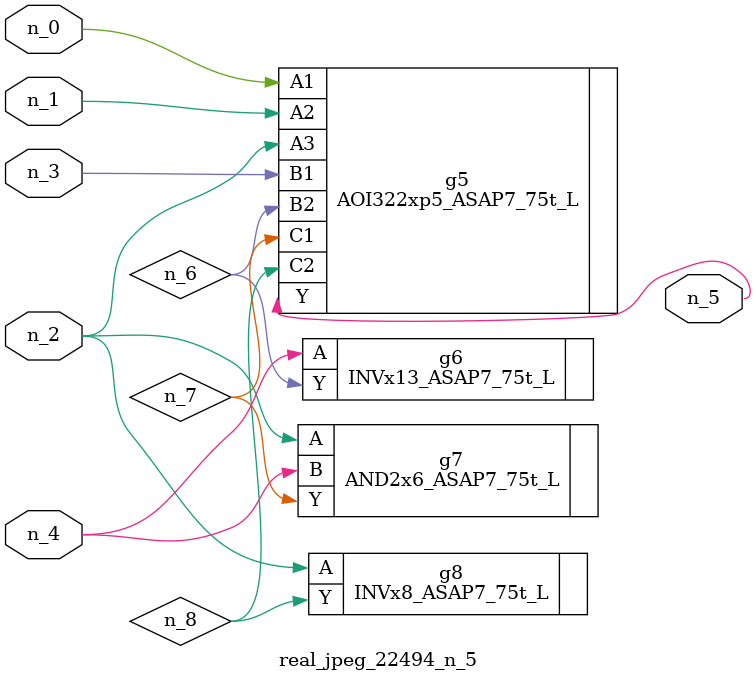
<source format=v>
module real_jpeg_22494_n_5 (n_4, n_0, n_1, n_2, n_3, n_5);

input n_4;
input n_0;
input n_1;
input n_2;
input n_3;

output n_5;

wire n_8;
wire n_6;
wire n_7;

AOI322xp5_ASAP7_75t_L g5 ( 
.A1(n_0),
.A2(n_1),
.A3(n_2),
.B1(n_3),
.B2(n_6),
.C1(n_7),
.C2(n_8),
.Y(n_5)
);

AND2x6_ASAP7_75t_L g7 ( 
.A(n_2),
.B(n_4),
.Y(n_7)
);

INVx8_ASAP7_75t_L g8 ( 
.A(n_2),
.Y(n_8)
);

INVx13_ASAP7_75t_L g6 ( 
.A(n_4),
.Y(n_6)
);


endmodule
</source>
